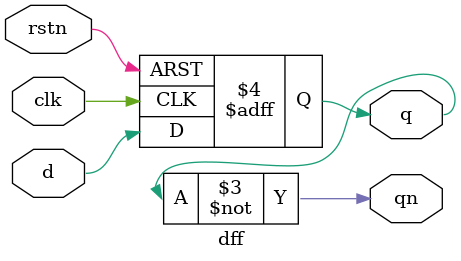
<source format=v>
`timescale 1ns/1ps

module dff(
    input d, clk, rstn,
    output reg q, qn
);

    always @ (posedge clk or negedge rstn) begin
        if (!rstn) begin
            q <= 0;
        end
        else begin
            q <= d;
        end
    end

    assign qn = ~q;

endmodule
</source>
